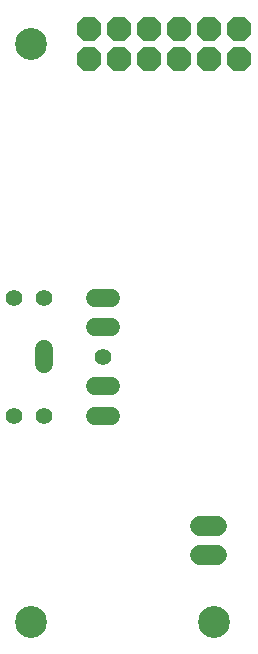
<source format=gbs>
G75*
%MOIN*%
%OFA0B0*%
%FSLAX25Y25*%
%IPPOS*%
%LPD*%
%AMOC8*
5,1,8,0,0,1.08239X$1,22.5*
%
%ADD10C,0.10650*%
%ADD11C,0.05918*%
%ADD12C,0.05524*%
%ADD13OC8,0.08200*%
%ADD14C,0.06737*%
D10*
X0025280Y0024177D03*
X0086303Y0024177D03*
X0025280Y0217091D03*
D11*
X0046689Y0132445D02*
X0051807Y0132445D01*
X0051807Y0122602D02*
X0046689Y0122602D01*
X0046689Y0102917D02*
X0051807Y0102917D01*
X0051807Y0093075D02*
X0046689Y0093075D01*
X0029563Y0110201D02*
X0029563Y0115319D01*
D12*
X0029563Y0132445D03*
X0019720Y0132445D03*
X0019720Y0093075D03*
X0029563Y0093075D03*
X0049248Y0112760D03*
D13*
X0044453Y0212091D03*
X0044453Y0222091D03*
X0054453Y0222091D03*
X0054453Y0212091D03*
X0064453Y0212091D03*
X0064453Y0222091D03*
X0074453Y0222091D03*
X0074453Y0212091D03*
X0084453Y0212091D03*
X0084453Y0222091D03*
X0094453Y0222091D03*
X0094453Y0212091D03*
D14*
X0087402Y0056421D02*
X0081465Y0056421D01*
X0081465Y0046579D02*
X0087402Y0046579D01*
M02*

</source>
